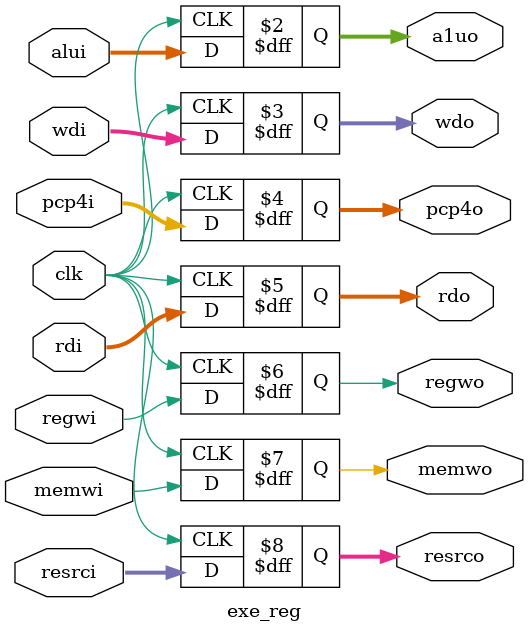
<source format=v>
module exe_reg(clk,regwi,memwi,resrci,alui,wdi,pcp4i,rdi,a1uo,wdo,pcp4o,rdo,regwo,memwo,resrco);
input clk,regwi,memwi;
input [1:0] resrci;
input [31:0] alui,wdi,pcp4i;
input [4:0] rdi;

output [31:0] a1uo,wdo,pcp4o;
output [4:0] rdo;
output regwo,memwo;
output [1:0] resrco;

reg [31:0] a1uo,wdo,pcp4o;
reg [4:0] rdo;
reg regwo,memwo;
reg [1:0] resrco;

always@(posedge clk)
begin
a1uo = alui;
wdo = wdi;
pcp4o = pcp4i;
rdo = rdi;

regwo = regwi;
memwo = memwi;
resrco = resrci;
end

endmodule

</source>
